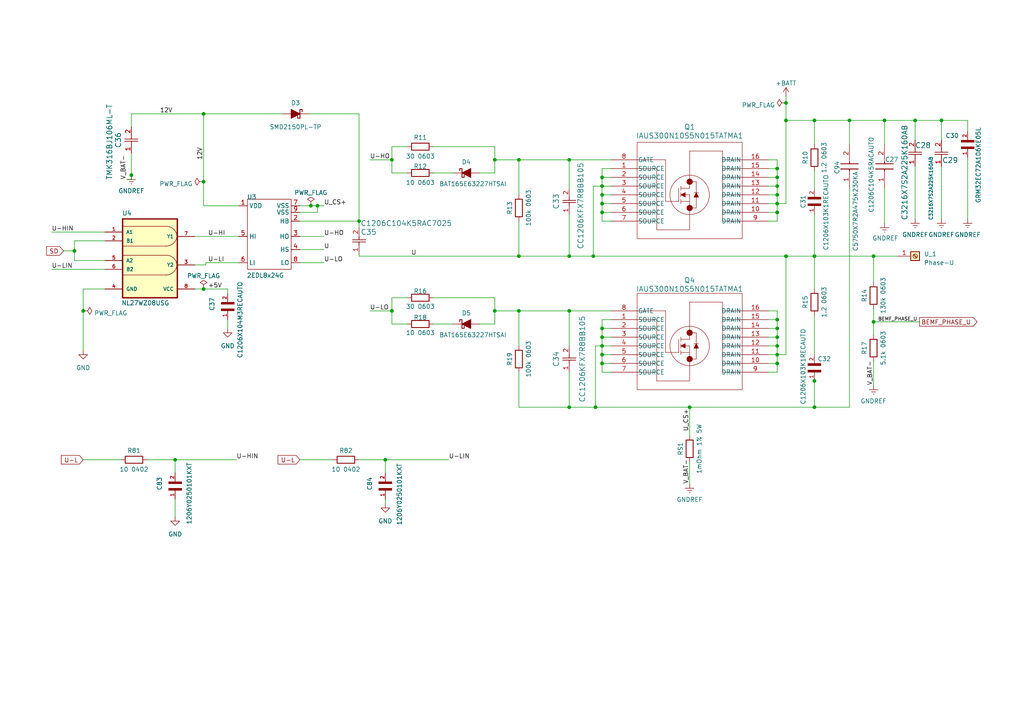
<source format=kicad_sch>
(kicad_sch (version 20231120) (generator "eeschema") (generator_version "8.0")
  (paper "A4")
  (lib_symbols
    (symbol "1206Y0250101KXT:1206Y0250101KXT" (pin_names (offset 1.016))
      (property "Reference" "C" (at 0 3.8109 0))
      (property "Value" "1206Y0250101KXT" (at 0 -5.0885 0))
      (symbol "1206Y0250101KXT_0_0"
        (rectangle (start 0 -1.9069) (end 0.635 1.905) (stroke (width 0.1)) (fill (type outline)))
        (rectangle (start 1.9069 -1.9069) (end 2.54 1.905) (stroke (width 0.1)) (fill (type outline)))
        (pin passive line (at -2.54 0 0) (length 2.54) (name "~") (number "1"))
        (pin passive line (at 5.08 0 180) (length 2.54) (name "~") (number "2"))
      )
    )
    (symbol "2EDL8124G:2EDL8124G"
      (property "Reference" "U3" (at -5.08 11.43 0))
      (property "Value" "2EDL8x24G" (at -1.143 -10.668 0))
      (symbol "2EDL8124G_0_1"
        (rectangle (start -6.35 10.795) (end 6.35 -9.525))
      )
      (symbol "2EDL8124G_1_1"
        (pin power_in line (at -8.89 8.89 0) (length 2.54) (name "VDD") (number "1"))
        (pin output line (at 8.89 4.445 180) (length 2.54) (name "HB") (number "2"))
        (pin output line (at 8.89 0 180) (length 2.54) (name "HO") (number "3"))
        (pin output line (at 8.89 -3.81 180) (length 2.54) (name "HS") (number "4"))
        (pin input line (at -8.89 0 0) (length 2.54) (name "HI") (number "5"))
        (pin input line (at -8.89 -7.62 0) (length 2.54) (name "LI") (number "6"))
        (pin power_in line (at 8.89 8.89 180) (length 2.54) (name "VSS") (number "7"))
        (pin output line (at 8.89 -7.62 180) (length 2.54) (name "LO") (number "8"))
        (pin power_in line (at 8.89 6.985 180) (length 2.54) (name "VSS") (number "9"))
      )
    )
    (symbol "C1206C104K5RACAUTO:C1206C104K5RACAUTO" (pin_names hide)
      (property "Reference" "C" (at 8.89 6.35 0))
      (property "Value" "C1206C104K5RACAUTO" (at 8.89 3.81 0))
      (symbol "C1206C104K5RACAUTO_1_1"
        (polyline (pts (xy 5.08 0) (xy 5.588 0)) (stroke (width 0.254)))
        (polyline (pts (xy 5.588 2.54) (xy 5.588 -2.54)) (stroke (width 0.254)))
        (polyline (pts (xy 7.112 0) (xy 7.62 0)) (stroke (width 0.254)))
        (polyline (pts (xy 7.112 2.54) (xy 7.112 -2.54)) (stroke (width 0.254)))
        (pin passive line (at 0 0 0) (length 5.08) (name "1") (number "1"))
        (pin passive line (at 12.7 0 180) (length 5.08) (name "2") (number "2"))
      )
    )
    (symbol "C1206X103K1RECAUTO:C1206X103K1RECAUTO" (pin_names (offset 1.016))
      (property "Reference" "C" (at 0 3.8109 0))
      (property "Value" "C1206X103K1RECAUTO" (at 0 -5.0885 0))
      (symbol "C1206X103K1RECAUTO_0_0"
        (rectangle (start 0 -1.9069) (end 0.635 1.905) (stroke (width 0.1)) (fill (type outline)))
        (rectangle (start 1.9069 -1.9069) (end 2.54 1.905) (stroke (width 0.1)) (fill (type outline)))
        (pin passive line (at -2.54 0 0) (length 2.54) (name "~") (number "1"))
        (pin passive line (at 5.08 0 180) (length 2.54) (name "~") (number "2"))
      )
    )
    (symbol "C1206X104M3RECAUTO:C1206X104M3RECAUTO" (pin_names (offset 1.016))
      (property "Reference" "C" (at 0 3.8109 0))
      (property "Value" "C1206X104M3RECAUTO" (at 0 -5.0885 0))
      (symbol "C1206X104M3RECAUTO_0_0"
        (rectangle (start 0 -1.9069) (end 0.635 1.905) (stroke (width 0.1)) (fill (type outline)))
        (rectangle (start 1.9069 -1.9069) (end 2.54 1.905) (stroke (width 0.1)) (fill (type outline)))
        (pin passive line (at -2.54 0 0) (length 2.54) (name "~") (number "1"))
        (pin passive line (at 5.08 0 180) (length 2.54) (name "~") (number "2"))
      )
    )
    (symbol "C28:C3216X7S2A225K160AB" (pin_names (offset 0.254))
      (property "Reference" "C" (at 3.81 3.81 0))
      (property "Value" "C3216X7S2A225K160AB" (at 3.81 -3.81 0))
      (symbol "C3216X7S2A225K160AB_1_1"
        (polyline (pts (xy 2.54 0) (xy 3.4798 0)) (stroke (width 0.2032)))
        (polyline (pts (xy 3.4798 -1.905) (xy 3.4798 1.905)) (stroke (width 0.2032)))
        (polyline (pts (xy 4.1148 -1.905) (xy 4.1148 1.905)) (stroke (width 0.2032)))
        (polyline (pts (xy 4.1148 0) (xy 5.08 0)) (stroke (width 0.2032)))
        (pin unspecified line (at 0 0 0) (length 2.54) (name "") (number "1"))
        (pin unspecified line (at 7.62 0 180) (length 2.54) (name "") (number "2"))
      )
      (symbol "C3216X7S2A225K160AB_1_2"
        (polyline (pts (xy -1.905 -4.1148) (xy 1.905 -4.1148)) (stroke (width 0.2032)))
        (polyline (pts (xy -1.905 -3.4798) (xy 1.905 -3.4798)) (stroke (width 0.2032)))
        (polyline (pts (xy 0 -4.1148) (xy 0 -5.08)) (stroke (width 0.2032)))
        (polyline (pts (xy 0 -2.54) (xy 0 -3.4798)) (stroke (width 0.2032)))
        (pin unspecified line (at 0 0 270) (length 2.54) (name "") (number "1"))
        (pin unspecified line (at 0 -7.62 90) (length 2.54) (name "") (number "2"))
      )
    )
    (symbol "C33:CC1206KFX7R8BB105" (pin_names (offset 0.254))
      (property "Reference" "C" (at 3.81 3.81 0))
      (property "Value" "CC1206KFX7R8BB105" (at 3.81 -3.81 0))
      (symbol "CC1206KFX7R8BB105_1_1"
        (polyline (pts (xy 2.54 0) (xy 3.4798 0)) (stroke (width 0.2032)))
        (polyline (pts (xy 3.4798 -1.905) (xy 3.4798 1.905)) (stroke (width 0.2032)))
        (polyline (pts (xy 4.1148 -1.905) (xy 4.1148 1.905)) (stroke (width 0.2032)))
        (polyline (pts (xy 4.1148 0) (xy 5.08 0)) (stroke (width 0.2032)))
        (pin unspecified line (at 0 0 0) (length 2.54) (name "") (number "1"))
        (pin unspecified line (at 7.62 0 180) (length 2.54) (name "") (number "2"))
      )
      (symbol "CC1206KFX7R8BB105_1_2"
        (polyline (pts (xy -1.905 -4.1148) (xy 1.905 -4.1148)) (stroke (width 0.2032)))
        (polyline (pts (xy -1.905 -3.4798) (xy 1.905 -3.4798)) (stroke (width 0.2032)))
        (polyline (pts (xy 0 -4.1148) (xy 0 -5.08)) (stroke (width 0.2032)))
        (polyline (pts (xy 0 -2.54) (xy 0 -3.4798)) (stroke (width 0.2032)))
        (pin unspecified line (at 0 0 270) (length 2.54) (name "") (number "1"))
        (pin unspecified line (at 0 -7.62 90) (length 2.54) (name "") (number "2"))
      )
    )
    (symbol "C35:C1206C104K5RAC7025" (pin_names (offset 0.254))
      (property "Reference" "C" (at 3.81 3.81 0))
      (property "Value" "C1206C104K5RAC7025" (at 3.81 -3.81 0))
      (symbol "C1206C104K5RAC7025_1_1"
        (polyline (pts (xy 2.54 0) (xy 3.4798 0)) (stroke (width 0.2032)))
        (polyline (pts (xy 3.4798 -1.905) (xy 3.4798 1.905)) (stroke (width 0.2032)))
        (polyline (pts (xy 4.1148 -1.905) (xy 4.1148 1.905)) (stroke (width 0.2032)))
        (polyline (pts (xy 4.1148 0) (xy 5.08 0)) (stroke (width 0.2032)))
        (pin unspecified line (at 0 0 0) (length 2.54) (name "") (number "1"))
        (pin unspecified line (at 7.62 0 180) (length 2.54) (name "") (number "2"))
      )
      (symbol "C1206C104K5RAC7025_1_2"
        (polyline (pts (xy -1.905 -4.1148) (xy 1.905 -4.1148)) (stroke (width 0.2032)))
        (polyline (pts (xy -1.905 -3.4798) (xy 1.905 -3.4798)) (stroke (width 0.2032)))
        (polyline (pts (xy 0 -4.1148) (xy 0 -5.08)) (stroke (width 0.2032)))
        (polyline (pts (xy 0 -2.54) (xy 0 -3.4798)) (stroke (width 0.2032)))
        (pin unspecified line (at 0 0 270) (length 2.54) (name "") (number "1"))
        (pin unspecified line (at 0 -7.62 90) (length 2.54) (name "") (number "2"))
      )
    )
    (symbol "C36:TMK316BJ106ML-T" (pin_names (offset 0.254))
      (property "Reference" "C" (at 3.81 3.81 0))
      (property "Value" "TMK316BJ106ML-T" (at 3.81 -3.81 0))
      (symbol "TMK316BJ106ML-T_1_1"
        (polyline (pts (xy 2.54 0) (xy 3.4798 0)) (stroke (width 0.2032)))
        (polyline (pts (xy 3.4798 -1.905) (xy 3.4798 1.905)) (stroke (width 0.2032)))
        (polyline (pts (xy 4.1148 -1.905) (xy 4.1148 1.905)) (stroke (width 0.2032)))
        (polyline (pts (xy 4.1148 0) (xy 5.08 0)) (stroke (width 0.2032)))
        (pin unspecified line (at 0 0 0) (length 2.54) (name "") (number "1"))
        (pin unspecified line (at 7.62 0 180) (length 2.54) (name "") (number "2"))
      )
      (symbol "TMK316BJ106ML-T_1_2"
        (polyline (pts (xy -1.905 -4.1148) (xy 1.905 -4.1148)) (stroke (width 0.2032)))
        (polyline (pts (xy -1.905 -3.4798) (xy 1.905 -3.4798)) (stroke (width 0.2032)))
        (polyline (pts (xy 0 -4.1148) (xy 0 -5.08)) (stroke (width 0.2032)))
        (polyline (pts (xy 0 -2.54) (xy 0 -3.4798)) (stroke (width 0.2032)))
        (pin unspecified line (at 0 0 270) (length 2.54) (name "") (number "1"))
        (pin unspecified line (at 0 -7.62 90) (length 2.54) (name "") (number "2"))
      )
    )
    (symbol "C5750X7R2A475K230KA:C5750X7R2A475K230KA" (pin_names hide)
      (property "Reference" "C" (at 8.89 6.35 0))
      (property "Value" "C5750X7R2A475K230KA" (at 8.89 3.81 0))
      (symbol "C5750X7R2A475K230KA_1_1"
        (polyline (pts (xy 5.08 0) (xy 5.588 0)) (stroke (width 0.254)))
        (polyline (pts (xy 5.588 2.54) (xy 5.588 -2.54)) (stroke (width 0.254)))
        (polyline (pts (xy 7.112 0) (xy 7.62 0)) (stroke (width 0.254)))
        (polyline (pts (xy 7.112 2.54) (xy 7.112 -2.54)) (stroke (width 0.254)))
        (pin passive line (at 0 0 0) (length 5.08) (name "1") (number "1"))
        (pin passive line (at 12.7 0 180) (length 5.08) (name "2") (number "2"))
      )
    )
    (symbol "Connector:Screw_Terminal_01x01" (pin_names (offset 1.016) hide)
      (property "Reference" "J" (at 0 2.54 0))
      (property "Value" "Screw_Terminal_01x01" (at 0 -2.54 0))
      (symbol "Screw_Terminal_01x01_1_1"
        (rectangle (start -1.27 1.27) (end 1.27 -1.27) (stroke (width 0.254)) (fill (type background)))
        (polyline (pts (xy -0.5334 0.3302) (xy 0.3302 -0.508)) (stroke (width 0.1524)))
        (polyline (pts (xy -0.3556 0.508) (xy 0.508 -0.3302)) (stroke (width 0.1524)))
        (circle (center 0 0) (radius 0.635) (stroke (width 0.1524)))
        (pin passive line (at -5.08 0 0) (length 3.81) (name "Pin_1") (number "1"))
      )
    )
    (symbol "Device:D_Schottky_Filled" (pin_numbers hide) (pin_names (offset 1.016) hide)
      (property "Reference" "D" (at 0 2.54 0))
      (property "Value" "D_Schottky_Filled" (at 0 -2.54 0))
      (symbol "D_Schottky_Filled_0_1"
        (polyline (pts (xy 1.27 0) (xy -1.27 0)))
        (polyline (pts (xy 1.27 1.27) (xy 1.27 -1.27) (xy -1.27 0) (xy 1.27 1.27)) (stroke (width 0.254)) (fill (type outline)))
        (polyline (pts (xy -1.905 0.635) (xy -1.905 1.27) (xy -1.27 1.27) (xy -1.27 -1.27) (xy -0.635 -1.27) (xy -0.635 -0.635)) (stroke (width 0.254)))
      )
      (symbol "D_Schottky_Filled_1_1"
        (pin passive line (at -3.81 0 0) (length 2.54) (name "K") (number "1"))
        (pin passive line (at 3.81 0 180) (length 2.54) (name "A") (number "2"))
      )
    )
    (symbol "Device:R" (pin_numbers hide) (pin_names (offset 0))
      (property "Reference" "R" (at 2.032 0 90))
      (property "Value" "R" (at 0 0 90))
      (symbol "R_0_1"
        (rectangle (start -1.016 -2.54) (end 1.016 2.54) (stroke (width 0.254)))
      )
      (symbol "R_1_1"
        (pin passive line (at 0 3.81 270) (length 1.27) (name "~") (number "1"))
        (pin passive line (at 0 -3.81 90) (length 1.27) (name "~") (number "2"))
      )
    )
    (symbol "GRM32EC72A106KE05L:GRM32EC72A106KE05L" (pin_names (offset 1.016))
      (property "Reference" "C" (at 0 3.8109 0))
      (property "Value" "GRM32EC72A106KE05L" (at 0 -5.0885 0))
      (symbol "GRM32EC72A106KE05L_0_0"
        (rectangle (start 0 -1.9069) (end 0.635 1.905) (stroke (width 0.1)) (fill (type outline)))
        (rectangle (start 1.9069 -1.9069) (end 2.54 1.905) (stroke (width 0.1)) (fill (type outline)))
        (pin passive line (at -2.54 0 0) (length 2.54) (name "~") (number "1"))
        (pin passive line (at 5.08 0 180) (length 2.54) (name "~") (number "2"))
      )
    )
    (symbol "IAUS300N10S5N015T:IAUS300N10S5N015TATMA1" (pin_names (offset 0.254))
      (property "Reference" "Q1" (at 22.86 12.065 0))
      (property "Value" "IAUS300N10S5N015TATMA1" (at 22.86 9.525 0))
      (symbol "IAUS300N10S5N015TATMA1_0_1"
        (polyline (pts (xy 7.62 -20.32) (xy 38.1 -20.32)) (stroke (width 0.127)))
        (polyline (pts (xy 7.62 -12.7) (xy 13.335 -12.7)) (stroke (width 0.127)))
        (polyline (pts (xy 7.62 -10.16) (xy 13.335 -10.16)) (stroke (width 0.127)))
        (polyline (pts (xy 7.62 -7.62) (xy 13.335 -7.62)) (stroke (width 0.127)))
        (polyline (pts (xy 7.62 -5.08) (xy 13.335 -5.08)) (stroke (width 0.127)))
        (polyline (pts (xy 7.62 -2.54) (xy 13.335 -2.54)) (stroke (width 0.127)))
        (polyline (pts (xy 7.62 0) (xy 13.335 0)) (stroke (width 0.127)))
        (polyline (pts (xy 7.62 2.54) (xy 15.875 2.54)) (stroke (width 0.127)))
        (polyline (pts (xy 7.62 7.62) (xy 7.62 -20.32)) (stroke (width 0.127)))
        (polyline (pts (xy 13.335 -17.78) (xy 22.86 -17.78)) (stroke (width 0.127)))
        (polyline (pts (xy 13.335 -15.24) (xy 7.62 -15.24)) (stroke (width 0.127)))
        (polyline (pts (xy 13.335 0) (xy 13.335 -17.78)) (stroke (width 0.127)))
        (polyline (pts (xy 15.875 -9.525) (xy 15.875 2.54)) (stroke (width 0.127)))
        (polyline (pts (xy 19.685 -9.525) (xy 15.875 -9.525)) (stroke (width 0.127)))
        (polyline (pts (xy 19.685 -5.715) (xy 19.685 -9.525)) (stroke (width 0.127)))
        (polyline (pts (xy 20.32 -9.525) (xy 22.86 -9.525)) (stroke (width 0.127)))
        (polyline (pts (xy 20.32 -8.89) (xy 20.32 -10.16)) (stroke (width 0.127)))
        (polyline (pts (xy 20.32 -7.62) (xy 21.59 -8.255)) (stroke (width 0.127)))
        (polyline (pts (xy 20.32 -7.62) (xy 21.59 -6.985)) (stroke (width 0.127)))
        (polyline (pts (xy 20.32 -6.985) (xy 20.32 -8.255)) (stroke (width 0.127)))
        (polyline (pts (xy 20.32 -6.35) (xy 20.32 -5.08)) (stroke (width 0.127)))
        (polyline (pts (xy 20.32 -5.715) (xy 22.86 -5.715)) (stroke (width 0.127)))
        (polyline (pts (xy 21.59 -6.985) (xy 21.59 -8.255)) (stroke (width 0.127)))
        (polyline (pts (xy 22.86 -11.43) (xy 24.765 -11.43)) (stroke (width 0.127)))
        (polyline (pts (xy 22.86 -7.62) (xy 20.32 -7.62)) (stroke (width 0.127)))
        (polyline (pts (xy 22.86 -7.62) (xy 22.86 -17.78)) (stroke (width 0.127)))
        (polyline (pts (xy 22.86 -5.715) (xy 22.86 5.08)) (stroke (width 0.127)))
        (polyline (pts (xy 22.86 -3.81) (xy 24.765 -3.81)) (stroke (width 0.127)))
        (polyline (pts (xy 24.13 -8.255) (xy 25.4 -8.255)) (stroke (width 0.127)))
        (polyline (pts (xy 24.13 -6.985) (xy 25.4 -6.985)) (stroke (width 0.127)))
        (polyline (pts (xy 24.765 -11.43) (xy 24.765 -3.81)) (stroke (width 0.127)))
        (polyline (pts (xy 24.765 -6.985) (xy 24.13 -8.255)) (stroke (width 0.127)))
        (polyline (pts (xy 24.765 -6.985) (xy 25.4 -8.255)) (stroke (width 0.127)))
        (polyline (pts (xy 32.385 -15.24) (xy 32.385 5.08)) (stroke (width 0.127)))
        (polyline (pts (xy 32.385 5.08) (xy 22.86 5.08)) (stroke (width 0.127)))
        (polyline (pts (xy 38.1 -20.32) (xy 38.1 7.62)) (stroke (width 0.127)))
        (polyline (pts (xy 38.1 -15.24) (xy 32.385 -15.24)) (stroke (width 0.127)))
        (polyline (pts (xy 38.1 -12.7) (xy 32.385 -12.7)) (stroke (width 0.127)))
        (polyline (pts (xy 38.1 -10.16) (xy 32.385 -10.16)) (stroke (width 0.127)))
        (polyline (pts (xy 38.1 -7.62) (xy 32.385 -7.62)) (stroke (width 0.127)))
        (polyline (pts (xy 38.1 -5.08) (xy 32.385 -5.08)) (stroke (width 0.127)))
        (polyline (pts (xy 38.1 -2.54) (xy 32.385 -2.54)) (stroke (width 0.127)))
        (polyline (pts (xy 38.1 0) (xy 32.385 0)) (stroke (width 0.127)))
        (polyline (pts (xy 38.1 2.54) (xy 32.385 2.54)) (stroke (width 0.127)))
        (polyline (pts (xy 38.1 7.62) (xy 7.62 7.62)) (stroke (width 0.127)))
        (polyline (pts (xy 20.32 -7.62) (xy 21.59 -6.985) (xy 21.59 -8.255)) (fill (type outline)))
        (polyline (pts (xy 24.13 -8.255) (xy 25.4 -8.255) (xy 24.765 -6.985)) (fill (type outline)))
        (circle (center 22.86 -11.43) (radius 0.127) (stroke (width 0.762)))
        (circle (center 22.86 -7.62) (radius 5.715) (stroke (width 0.127)))
        (circle (center 22.86 -3.81) (radius 0.127) (stroke (width 0.762)))
        (pin passive line (at 0 0 0) (length 7.62) (name "SOURCE") (number "1"))
        (pin passive line (at 45.72 -12.7 180) (length 7.62) (name "DRAIN") (number "10"))
        (pin passive line (at 45.72 -10.16 180) (length 7.62) (name "DRAIN") (number "11"))
        (pin passive line (at 45.72 -7.62 180) (length 7.62) (name "DRAIN") (number "12"))
        (pin passive line (at 45.72 -5.08 180) (length 7.62) (name "DRAIN") (number "13"))
        (pin passive line (at 45.72 -2.54 180) (length 7.62) (name "DRAIN") (number "14"))
        (pin passive line (at 45.72 0 180) (length 7.62) (name "DRAIN") (number "15"))
        (pin passive line (at 45.72 2.54 180) (length 7.62) (name "DRAIN") (number "16"))
        (pin passive line (at 0 -2.54 0) (length 7.62) (name "SOURCE") (number "2"))
        (pin passive line (at 0 -5.08 0) (length 7.62) (name "SOURCE") (number "3"))
        (pin passive line (at 0 -7.62 0) (length 7.62) (name "SOURCE") (number "4"))
        (pin passive line (at 0 -10.16 0) (length 7.62) (name "SOURCE") (number "5"))
        (pin passive line (at 0 -12.7 0) (length 7.62) (name "SOURCE") (number "6"))
        (pin passive line (at 0 -15.24 0) (length 7.62) (name "SOURCE") (number "7"))
        (pin input line (at 0 2.54 0) (length 7.62) (name "GATE") (number "8"))
        (pin passive line (at 45.72 -15.24 180) (length 7.62) (name "DRAIN") (number "9"))
      )
    )
    (symbol "IAUS300N10S5N015TATMA1_1" (pin_names (offset 0.254))
      (property "Reference" "Q4" (at 22.86 11.43 0))
      (property "Value" "IAUS300N10S5N015TATMA1" (at 22.86 8.89 0))
      (symbol "IAUS300N10S5N015TATMA1_1_0_1"
        (polyline (pts (xy 7.62 -20.32) (xy 38.1 -20.32)) (stroke (width 0.127)))
        (polyline (pts (xy 7.62 -12.7) (xy 13.335 -12.7)) (stroke (width 0.127)))
        (polyline (pts (xy 7.62 -10.16) (xy 13.335 -10.16)) (stroke (width 0.127)))
        (polyline (pts (xy 7.62 -7.62) (xy 13.335 -7.62)) (stroke (width 0.127)))
        (polyline (pts (xy 7.62 -5.08) (xy 13.335 -5.08)) (stroke (width 0.127)))
        (polyline (pts (xy 7.62 -2.54) (xy 13.335 -2.54)) (stroke (width 0.127)))
        (polyline (pts (xy 7.62 0) (xy 13.335 0)) (stroke (width 0.127)))
        (polyline (pts (xy 7.62 2.54) (xy 15.875 2.54)) (stroke (width 0.127)))
        (polyline (pts (xy 7.62 7.62) (xy 7.62 -20.32)) (stroke (width 0.127)))
        (polyline (pts (xy 13.335 -17.78) (xy 22.86 -17.78)) (stroke (width 0.127)))
        (polyline (pts (xy 13.335 -15.24) (xy 7.62 -15.24)) (stroke (width 0.127)))
        (polyline (pts (xy 13.335 0) (xy 13.335 -17.78)) (stroke (width 0.127)))
        (polyline (pts (xy 15.875 -9.525) (xy 15.875 2.54)) (stroke (width 0.127)))
        (polyline (pts (xy 19.685 -9.525) (xy 15.875 -9.525)) (stroke (width 0.127)))
        (polyline (pts (xy 19.685 -5.715) (xy 19.685 -9.525)) (stroke (width 0.127)))
        (polyline (pts (xy 20.32 -9.525) (xy 22.86 -9.525)) (stroke (width 0.127)))
        (polyline (pts (xy 20.32 -8.89) (xy 20.32 -10.16)) (stroke (width 0.127)))
        (polyline (pts (xy 20.32 -7.62) (xy 21.59 -8.255)) (stroke (width 0.127)))
        (polyline (pts (xy 20.32 -7.62) (xy 21.59 -6.985)) (stroke (width 0.127)))
        (polyline (pts (xy 20.32 -6.985) (xy 20.32 -8.255)) (stroke (width 0.127)))
        (polyline (pts (xy 20.32 -6.35) (xy 20.32 -5.08)) (stroke (width 0.127)))
        (polyline (pts (xy 20.32 -5.715) (xy 22.86 -5.715)) (stroke (width 0.127)))
        (polyline (pts (xy 21.59 -6.985) (xy 21.59 -8.255)) (stroke (width 0.127)))
        (polyline (pts (xy 22.86 -11.43) (xy 24.765 -11.43)) (stroke (width 0.127)))
        (polyline (pts (xy 22.86 -7.62) (xy 20.32 -7.62)) (stroke (width 0.127)))
        (polyline (pts (xy 22.86 -7.62) (xy 22.86 -17.78)) (stroke (width 0.127)))
        (polyline (pts (xy 22.86 -5.715) (xy 22.86 5.08)) (stroke (width 0.127)))
        (polyline (pts (xy 22.86 -3.81) (xy 24.765 -3.81)) (stroke (width 0.127)))
        (polyline (pts (xy 24.13 -8.255) (xy 25.4 -8.255)) (stroke (width 0.127)))
        (polyline (pts (xy 24.13 -6.985) (xy 25.4 -6.985)) (stroke (width 0.127)))
        (polyline (pts (xy 24.765 -11.43) (xy 24.765 -3.81)) (stroke (width 0.127)))
        (polyline (pts (xy 24.765 -6.985) (xy 24.13 -8.255)) (stroke (width 0.127)))
        (polyline (pts (xy 24.765 -6.985) (xy 25.4 -8.255)) (stroke (width 0.127)))
        (polyline (pts (xy 32.385 -15.24) (xy 32.385 5.08)) (stroke (width 0.127)))
        (polyline (pts (xy 32.385 5.08) (xy 22.86 5.08)) (stroke (width 0.127)))
        (polyline (pts (xy 38.1 -20.32) (xy 38.1 7.62)) (stroke (width 0.127)))
        (polyline (pts (xy 38.1 -15.24) (xy 32.385 -15.24)) (stroke (width 0.127)))
        (polyline (pts (xy 38.1 -12.7) (xy 32.385 -12.7)) (stroke (width 0.127)))
        (polyline (pts (xy 38.1 -10.16) (xy 32.385 -10.16)) (stroke (width 0.127)))
        (polyline (pts (xy 38.1 -7.62) (xy 32.385 -7.62)) (stroke (width 0.127)))
        (polyline (pts (xy 38.1 -5.08) (xy 32.385 -5.08)) (stroke (width 0.127)))
        (polyline (pts (xy 38.1 -2.54) (xy 32.385 -2.54)) (stroke (width 0.127)))
        (polyline (pts (xy 38.1 0) (xy 32.385 0)) (stroke (width 0.127)))
        (polyline (pts (xy 38.1 2.54) (xy 32.385 2.54)) (stroke (width 0.127)))
        (polyline (pts (xy 38.1 7.62) (xy 7.62 7.62)) (stroke (width 0.127)))
        (polyline (pts (xy 20.32 -7.62) (xy 21.59 -6.985) (xy 21.59 -8.255)) (fill (type outline)))
        (polyline (pts (xy 24.13 -8.255) (xy 25.4 -8.255) (xy 24.765 -6.985)) (fill (type outline)))
        (circle (center 22.86 -11.43) (radius 0.127) (stroke (width 0.762)))
        (circle (center 22.86 -7.62) (radius 5.715) (stroke (width 0.127)))
        (circle (center 22.86 -3.81) (radius 0.127) (stroke (width 0.762)))
        (pin passive line (at 0 0 0) (length 7.62) (name "SOURCE") (number "1"))
        (pin passive line (at 45.72 -12.7 180) (length 7.62) (name "DRAIN") (number "10"))
        (pin passive line (at 45.72 -10.16 180) (length 7.62) (name "DRAIN") (number "11"))
        (pin passive line (at 45.72 -7.62 180) (length 7.62) (name "DRAIN") (number "12"))
        (pin passive line (at 45.72 -5.08 180) (length 7.62) (name "DRAIN") (number "13"))
        (pin passive line (at 45.72 -2.54 180) (length 7.62) (name "DRAIN") (number "14"))
        (pin passive line (at 45.72 0 180) (length 7.62) (name "DRAIN") (number "15"))
        (pin passive line (at 45.72 2.54 180) (length 7.62) (name "DRAIN") (number "16"))
        (pin passive line (at 0 -2.54 0) (length 7.62) (name "SOURCE") (number "2"))
        (pin passive line (at 0 -5.08 0) (length 7.62) (name "SOURCE") (number "3"))
        (pin passive line (at 0 -7.62 0) (length 7.62) (name "SOURCE") (number "4"))
        (pin passive line (at 0 -10.16 0) (length 7.62) (name "SOURCE") (number "5"))
        (pin passive line (at 0 -12.7 0) (length 7.62) (name "SOURCE") (number "6"))
        (pin passive line (at 0 -15.24 0) (length 7.62) (name "SOURCE") (number "7"))
        (pin input line (at 0 2.54 0) (length 7.62) (name "GATE") (number "8"))
        (pin passive line (at 45.72 -15.24 180) (length 7.62) (name "DRAIN") (number "9"))
      )
    )
    (symbol "NL27WZ08USG:NL27WZ08USG" (pin_names (offset 1.016))
      (property "Reference" "U4" (at -6.35 13.081 0))
      (property "Value" "NL27WZ08USG" (at -1.016 -12.954 0))
      (symbol "NL27WZ08USG_0_0"
        (rectangle (start -7.62 11.43) (end 8.255 -11.43) (stroke (width 0.4064)) (fill (type background)))
        (pin input line (at -12.7 7.62 0) (length 5.08) (name "A1") (number "1"))
        (pin input line (at -12.7 5.08 0) (length 5.08) (name "B1") (number "2"))
        (pin output line (at 13.335 -1.905 180) (length 5.08) (name "Y2") (number "3"))
        (pin power_in line (at -12.7 -8.89 0) (length 5.08) (name "GND") (number "4"))
        (pin input line (at -12.7 -0.635 0) (length 5.08) (name "A2") (number "5"))
        (pin input line (at -12.7 -3.175 0) (length 5.08) (name "B2") (number "6"))
        (pin output line (at 13.335 6.35 180) (length 5.08) (name "Y1") (number "7"))
        (pin power_in line (at 13.335 -8.89 180) (length 5.08) (name "VCC") (number "8"))
      )
      (symbol "NL27WZ08USG_0_1"
        (polyline (pts (xy -7.62 -4.826) (xy 5.08 -4.826)))
        (polyline (pts (xy -7.62 0.889) (xy 5.08 0.889)))
        (polyline (pts (xy -7.62 3.556) (xy 5.08 3.556)))
        (polyline (pts (xy -7.62 9.271) (xy 5.08 9.271)))
        (arc (start 4.9529 -4.8259) (mid 7.1715 -3.9594) (end 8.128 -1.778))
        (arc (start 4.9529 3.5561) (mid 7.1716 4.4226) (end 8.128 6.604))
        (arc (start 8.128 -2.032) (mid 7.2054 0.056) (end 5.08 0.889))
        (arc (start 8.128 6.35) (mid 7.2054 8.438) (end 5.08 9.271))
      )
    )
    (symbol "power:+BATT" (power) (pin_names (offset 0))
      (property "Value" "+BATT" (at 0 3.556 0))
      (symbol "+BATT_0_1"
        (polyline (pts (xy -0.762 1.27) (xy 0 2.54)))
        (polyline (pts (xy 0 0) (xy 0 2.54)))
        (polyline (pts (xy 0 2.54) (xy 0.762 1.27)))
      )
      (symbol "+BATT_1_1"
        (pin power_in line (at 0 0 90) (length 0) hide (name "+BATT") (number "1"))
      )
    )
    (symbol "power:GND" (power) (pin_names (offset 0))
      (property "Value" "GND" (at 0 -3.81 0))
      (symbol "GND_0_1"
        (polyline (pts (xy 0 0) (xy 0 -1.27) (xy 1.27 -1.27) (xy 0 -2.54) (xy -1.27 -1.27) (xy 0 -1.27)))
      )
      (symbol "GND_1_1"
        (pin power_in line (at 0 0 270) (length 0) hide (name "GND") (number "1"))
      )
    )
    (symbol "power:GNDREF" (power) (pin_names (offset 0))
      (property "Value" "GNDREF" (at 0 -3.81 0))
      (symbol "GNDREF_0_1"
        (polyline (pts (xy -0.635 -1.905) (xy 0.635 -1.905)))
        (polyline (pts (xy -0.127 -2.54) (xy 0.127 -2.54)))
        (polyline (pts (xy 0 -1.27) (xy 0 0)))
        (polyline (pts (xy 1.27 -1.27) (xy -1.27 -1.27)))
      )
      (symbol "GNDREF_1_1"
        (pin power_in line (at 0 0 270) (length 0) hide (name "GNDREF") (number "1"))
      )
    )
    (symbol "power:PWR_FLAG" (power) (pin_numbers hide) (pin_names (offset 0) hide)
      (property "Value" "PWR_FLAG" (at 0 3.81 0))
      (symbol "PWR_FLAG_0_0"
        (pin power_out line (at 0 0 90) (length 0) (name "pwr") (number "1"))
      )
      (symbol "PWR_FLAG_0_1"
        (polyline (pts (xy 0 0) (xy 0 1.27) (xy -1.016 1.905) (xy 0 2.54) (xy 1.016 1.905) (xy 0 1.27)))
      )
    )
  )
  (junction (at 253.365 74.295))
  (junction (at 165.1 74.295))
  (junction (at 253.365 93.345))
  (junction (at 225.425 97.79))
  (junction (at 59.055 83.82))
  (junction (at 225.425 56.515))
  (junction (at 273.05 34.925))
  (junction (at 225.425 100.33))
  (junction (at 174.625 100.33))
  (junction (at 174.625 105.41))
  (junction (at 174.625 102.87))
  (junction (at 225.425 95.25))
  (junction (at 150.495 90.17))
  (junction (at 227.965 74.295))
  (junction (at 227.965 34.925))
  (junction (at 246.38 34.925))
  (junction (at 59.055 52.705))
  (junction (at 174.625 53.975))
  (junction (at 256.54 34.925))
  (junction (at 143.51 90.17))
  (junction (at 225.425 92.71))
  (junction (at 265.43 34.925))
  (junction (at 174.625 56.515))
  (junction (at 150.495 74.295))
  (junction (at 225.425 105.41))
  (junction (at 143.51 46.355))
  (junction (at 227.965 29.845))
  (junction (at 150.495 46.355))
  (junction (at 165.1 90.17))
  (junction (at 236.22 110.49))
  (junction (at 236.22 118.11))
  (junction (at 165.1 118.11))
  (junction (at 113.665 90.17))
  (junction (at 236.22 74.295))
  (junction (at 174.625 61.595))
  (junction (at 225.425 48.895))
  (junction (at 111.76 133.35))
  (junction (at 174.625 97.79))
  (junction (at 38.1 50.8))
  (junction (at 21.59 72.771))
  (junction (at 225.425 59.055))
  (junction (at 50.8 133.35))
  (junction (at 174.625 59.055))
  (junction (at 225.425 53.975))
  (junction (at 59.055 33.02))
  (junction (at 225.425 51.435))
  (junction (at 200.025 118.11))
  (junction (at 174.625 51.435))
  (junction (at 92.075 59.69))
  (junction (at 225.425 102.87))
  (junction (at 104.14 64.135))
  (junction (at 172.085 74.295))
  (junction (at 172.72 118.11))
  (junction (at 90.17 59.69))
  (junction (at 24.13 90.17))
  (junction (at 225.425 61.595))
  (junction (at 236.22 34.925))
  (junction (at 113.665 46.355))
  (junction (at 165.1 46.355))
  (junction (at 174.625 95.25))
  (wire (pts (xy 227.965 29.845) (xy 227.965 34.925)))
  (wire (pts (xy 21.59 72.771) (xy 21.59 75.565)))
  (wire (pts (xy 50.8 133.35) (xy 50.8 137.16)))
  (wire (pts (xy 113.665 50.165) (xy 118.11 50.165)))
  (wire (pts (xy 225.425 100.33) (xy 225.425 102.87)))
  (wire (pts (xy 222.885 51.435) (xy 225.425 51.435)))
  (wire (pts (xy 174.625 105.41) (xy 174.625 107.95)))
  (wire (pts (xy 113.665 93.98) (xy 118.11 93.98)))
  (wire (pts (xy 104.14 74.295) (xy 150.495 74.295)))
  (wire (pts (xy 174.625 59.055) (xy 177.165 59.055)))
  (wire (pts (xy 150.495 118.11) (xy 150.495 107.95)))
  (wire (pts (xy 59.055 33.02) (xy 59.055 52.705)))
  (wire (pts (xy 246.38 54.61) (xy 246.38 118.11)))
  (wire (pts (xy 14.986 78.105) (xy 30.48 78.105)))
  (wire (pts (xy 165.1 90.17) (xy 165.1 100.33)))
  (wire (pts (xy 273.05 48.26) (xy 273.05 63.5)))
  (wire (pts (xy 90.17 59.69) (xy 92.075 59.69)))
  (wire (pts (xy 174.625 56.515) (xy 177.165 56.515)))
  (wire (pts (xy 66.04 92.71) (xy 66.04 95.25)))
  (wire (pts (xy 236.22 34.925) (xy 246.38 34.925)))
  (wire (pts (xy 143.51 42.545) (xy 125.73 42.545)))
  (wire (pts (xy 225.425 56.515) (xy 225.425 53.975)))
  (wire (pts (xy 253.365 89.535) (xy 253.365 93.345)))
  (wire (pts (xy 253.365 74.295) (xy 260.35 74.295)))
  (wire (pts (xy 174.625 59.055) (xy 174.625 61.595)))
  (wire (pts (xy 113.665 42.545) (xy 113.665 46.355)))
  (wire (pts (xy 86.995 133.35) (xy 96.52 133.35)))
  (wire (pts (xy 104.14 64.135) (xy 104.14 66.04)))
  (wire (pts (xy 227.965 27.94) (xy 227.965 29.845)))
  (wire (pts (xy 174.625 100.33) (xy 177.165 100.33)))
  (wire (pts (xy 113.665 86.36) (xy 113.665 90.17)))
  (wire (pts (xy 222.885 90.17) (xy 225.425 90.17)))
  (wire (pts (xy 177.165 90.17) (xy 165.1 90.17)))
  (wire (pts (xy 143.51 86.36) (xy 143.51 90.17)))
  (wire (pts (xy 222.885 102.87) (xy 225.425 102.87)))
  (wire (pts (xy 143.51 86.36) (xy 125.73 86.36)))
  (wire (pts (xy 236.22 49.53) (xy 236.22 54.61)))
  (wire (pts (xy 273.05 34.925) (xy 280.67 34.925)))
  (wire (pts (xy 225.425 59.055) (xy 227.965 59.055)))
  (wire (pts (xy 246.38 34.925) (xy 246.38 41.91)))
  (wire (pts (xy 125.73 93.98) (xy 131.445 93.98)))
  (wire (pts (xy 174.625 97.79) (xy 174.625 100.33)))
  (wire (pts (xy 225.425 90.17) (xy 225.425 92.71)))
  (wire (pts (xy 174.625 95.25) (xy 177.165 95.25)))
  (wire (pts (xy 56.515 83.82) (xy 59.055 83.82)))
  (wire (pts (xy 107.315 46.355) (xy 113.665 46.355)))
  (wire (pts (xy 150.495 74.295) (xy 150.495 64.135)))
  (wire (pts (xy 21.59 69.85) (xy 21.59 72.771)))
  (wire (pts (xy 113.665 90.17) (xy 113.665 93.98)))
  (wire (pts (xy 227.965 74.295) (xy 236.22 74.295)))
  (wire (pts (xy 42.672 133.35) (xy 50.8 133.35)))
  (wire (pts (xy 280.67 45.72) (xy 280.67 63.5)))
  (wire (pts (xy 236.22 118.11) (xy 200.025 118.11)))
  (wire (pts (xy 200.025 118.11) (xy 200.025 126.365)))
  (wire (pts (xy 227.965 34.925) (xy 227.965 59.055)))
  (wire (pts (xy 222.885 95.25) (xy 225.425 95.25)))
  (wire (pts (xy 222.885 100.33) (xy 225.425 100.33)))
  (wire (pts (xy 236.22 74.295) (xy 236.22 83.82)))
  (wire (pts (xy 177.165 53.975) (xy 174.625 53.975)))
  (wire (pts (xy 265.43 34.925) (xy 273.05 34.925)))
  (wire (pts (xy 253.365 74.295) (xy 253.365 81.915)))
  (wire (pts (xy 222.885 105.41) (xy 225.425 105.41)))
  (wire (pts (xy 246.38 118.11) (xy 236.22 118.11)))
  (wire (pts (xy 139.065 50.165) (xy 143.51 50.165)))
  (wire (pts (xy 225.425 46.355) (xy 222.885 46.355)))
  (wire (pts (xy 165.1 118.11) (xy 172.72 118.11)))
  (wire (pts (xy 222.885 53.975) (xy 225.425 53.975)))
  (wire (pts (xy 143.51 90.17) (xy 150.495 90.17)))
  (wire (pts (xy 236.22 41.91) (xy 236.22 34.925)))
  (wire (pts (xy 59.055 52.705) (xy 59.055 59.69)))
  (wire (pts (xy 256.54 34.925) (xy 256.54 41.91)))
  (wire (pts (xy 177.165 92.71) (xy 174.625 92.71)))
  (wire (pts (xy 265.43 34.925) (xy 265.43 40.64)))
  (wire (pts (xy 86.995 59.69) (xy 90.17 59.69)))
  (wire (pts (xy 174.625 102.87) (xy 177.165 102.87)))
  (wire (pts (xy 143.51 46.355) (xy 150.495 46.355)))
  (wire (pts (xy 256.54 64.77) (xy 256.54 54.61)))
  (wire (pts (xy 236.22 110.49) (xy 236.22 118.11)))
  (wire (pts (xy 59.055 59.69) (xy 69.215 59.69)))
  (wire (pts (xy 113.665 42.545) (xy 118.11 42.545)))
  (wire (pts (xy 86.995 76.2) (xy 93.98 76.2)))
  (wire (pts (xy 200.025 133.985) (xy 200.025 140.335)))
  (wire (pts (xy 104.14 33.02) (xy 104.14 64.135)))
  (wire (pts (xy 253.365 93.345) (xy 253.365 97.155)))
  (wire (pts (xy 174.625 53.975) (xy 174.625 56.515)))
  (wire (pts (xy 143.51 50.165) (xy 143.51 46.355)))
  (wire (pts (xy 18.415 72.771) (xy 21.59 72.771)))
  (wire (pts (xy 174.625 53.975) (xy 172.085 53.975)))
  (wire (pts (xy 165.1 74.295) (xy 172.085 74.295)))
  (wire (pts (xy 165.1 118.11) (xy 150.495 118.11)))
  (wire (pts (xy 111.76 133.35) (xy 111.76 137.16)))
  (wire (pts (xy 125.73 50.165) (xy 131.445 50.165)))
  (wire (pts (xy 222.885 97.79) (xy 225.425 97.79)))
  (wire (pts (xy 265.43 48.26) (xy 265.43 63.5)))
  (wire (pts (xy 222.885 64.135) (xy 225.425 64.135)))
  (wire (pts (xy 246.38 34.925) (xy 256.54 34.925)))
  (wire (pts (xy 150.495 90.17) (xy 150.495 100.33)))
  (wire (pts (xy 104.14 133.35) (xy 111.76 133.35)))
  (wire (pts (xy 225.425 51.435) (xy 225.425 48.895)))
  (wire (pts (xy 59.69 76.2) (xy 69.215 76.2)))
  (wire (pts (xy 177.165 105.41) (xy 174.625 105.41)))
  (wire (pts (xy 24.13 133.35) (xy 35.052 133.35)))
  (wire (pts (xy 225.425 59.055) (xy 225.425 56.515)))
  (wire (pts (xy 107.315 90.17) (xy 113.665 90.17)))
  (wire (pts (xy 143.51 90.17) (xy 143.51 93.98)))
  (wire (pts (xy 174.625 107.95) (xy 177.165 107.95)))
  (wire (pts (xy 225.425 105.41) (xy 225.425 107.95)))
  (wire (pts (xy 30.48 83.82) (xy 24.13 83.82)))
  (wire (pts (xy 59.055 33.02) (xy 81.915 33.02)))
  (wire (pts (xy 38.1 33.02) (xy 38.1 36.83)))
  (wire (pts (xy 56.515 76.835) (xy 59.69 76.835)))
  (wire (pts (xy 113.665 46.355) (xy 113.665 50.165)))
  (wire (pts (xy 165.1 46.355) (xy 165.1 54.61)))
  (wire (pts (xy 236.22 74.295) (xy 253.365 74.295)))
  (wire (pts (xy 165.1 46.355) (xy 177.165 46.355)))
  (wire (pts (xy 174.625 102.87) (xy 174.625 105.41)))
  (wire (pts (xy 14.986 67.31) (xy 30.48 67.31)))
  (wire (pts (xy 38.1 33.02) (xy 59.055 33.02)))
  (wire (pts (xy 165.1 74.295) (xy 150.495 74.295)))
  (wire (pts (xy 174.625 51.435) (xy 177.165 51.435)))
  (wire (pts (xy 225.425 53.975) (xy 225.425 51.435)))
  (wire (pts (xy 174.625 100.33) (xy 172.72 100.33)))
  (wire (pts (xy 50.8 133.35) (xy 68.58 133.35)))
  (wire (pts (xy 225.425 97.79) (xy 225.425 100.33)))
  (wire (pts (xy 111.76 133.35) (xy 130.175 133.35)))
  (wire (pts (xy 225.425 64.135) (xy 225.425 61.595)))
  (wire (pts (xy 256.54 34.925) (xy 265.43 34.925)))
  (wire (pts (xy 174.625 61.595) (xy 174.625 64.135)))
  (wire (pts (xy 150.495 46.355) (xy 150.495 56.515)))
  (wire (pts (xy 86.995 68.58) (xy 93.98 68.58)))
  (wire (pts (xy 174.625 48.895) (xy 174.625 51.435)))
  (wire (pts (xy 225.425 95.25) (xy 225.425 97.79)))
  (wire (pts (xy 225.425 92.71) (xy 225.425 95.25)))
  (wire (pts (xy 222.885 59.055) (xy 225.425 59.055)))
  (wire (pts (xy 172.72 100.33) (xy 172.72 118.11)))
  (wire (pts (xy 225.425 48.895) (xy 225.425 46.355)))
  (wire (pts (xy 172.72 118.11) (xy 200.025 118.11)))
  (wire (pts (xy 222.885 48.895) (xy 225.425 48.895)))
  (wire (pts (xy 227.965 74.295) (xy 227.965 102.87)))
  (wire (pts (xy 236.22 34.925) (xy 227.965 34.925)))
  (wire (pts (xy 92.075 59.69) (xy 93.98 59.69)))
  (wire (pts (xy 227.965 102.87) (xy 225.425 102.87)))
  (wire (pts (xy 174.625 61.595) (xy 177.165 61.595)))
  (wire (pts (xy 38.1 44.45) (xy 38.1 50.8)))
  (wire (pts (xy 165.1 90.17) (xy 150.495 90.17)))
  (wire (pts (xy 174.625 51.435) (xy 174.625 53.975)))
  (wire (pts (xy 174.625 97.79) (xy 177.165 97.79)))
  (wire (pts (xy 174.625 100.33) (xy 174.625 102.87)))
  (wire (pts (xy 30.48 69.85) (xy 21.59 69.85)))
  (wire (pts (xy 165.1 107.95) (xy 165.1 118.11)))
  (wire (pts (xy 280.67 34.925) (xy 280.67 38.1)))
  (wire (pts (xy 86.995 64.135) (xy 104.14 64.135)))
  (wire (pts (xy 139.065 93.98) (xy 143.51 93.98)))
  (wire (pts (xy 225.425 107.95) (xy 222.885 107.95)))
  (wire (pts (xy 222.885 61.595) (xy 225.425 61.595)))
  (wire (pts (xy 86.995 72.39) (xy 93.98 72.39)))
  (wire (pts (xy 165.1 62.23) (xy 165.1 74.295)))
  (wire (pts (xy 104.14 33.02) (xy 89.535 33.02)))
  (wire (pts (xy 150.495 46.355) (xy 165.1 46.355)))
  (wire (pts (xy 236.22 109.855) (xy 236.22 110.49)))
  (wire (pts (xy 66.04 83.82) (xy 66.04 85.09)))
  (wire (pts (xy 174.625 56.515) (xy 174.625 59.055)))
  (wire (pts (xy 59.055 83.82) (xy 66.04 83.82)))
  (wire (pts (xy 111.76 144.78) (xy 111.76 146.05)))
  (wire (pts (xy 92.075 59.69) (xy 92.075 61.595)))
  (wire (pts (xy 222.885 92.71) (xy 225.425 92.71)))
  (wire (pts (xy 225.425 102.87) (xy 225.425 105.41)))
  (wire (pts (xy 24.13 83.82) (xy 24.13 90.17)))
  (wire (pts (xy 172.085 74.295) (xy 227.965 74.295)))
  (wire (pts (xy 50.8 144.78) (xy 50.8 149.86)))
  (wire (pts (xy 38.1 52.07) (xy 38.1 50.8)))
  (wire (pts (xy 113.665 86.36) (xy 118.11 86.36)))
  (wire (pts (xy 143.51 46.355) (xy 143.51 42.545)))
  (wire (pts (xy 86.995 61.595) (xy 92.075 61.595)))
  (wire (pts (xy 222.885 56.515) (xy 225.425 56.515)))
  (wire (pts (xy 172.085 53.975) (xy 172.085 74.295)))
  (wire (pts (xy 253.365 93.345) (xy 266.7 93.345)))
  (wire (pts (xy 21.59 75.565) (xy 30.48 75.565)))
  (wire (pts (xy 174.625 92.71) (xy 174.625 95.25)))
  (wire (pts (xy 24.13 90.17) (xy 24.13 101.6)))
  (wire (pts (xy 236.22 62.23) (xy 236.22 74.295)))
  (wire (pts (xy 36.83 52.07) (xy 38.1 52.07)))
  (wire (pts (xy 225.425 61.595) (xy 225.425 59.055)))
  (wire (pts (xy 177.165 48.895) (xy 174.625 48.895)))
  (wire (pts (xy 174.625 95.25) (xy 174.625 97.79)))
  (wire (pts (xy 236.22 91.44) (xy 236.22 102.87)))
  (wire (pts (xy 56.515 68.58) (xy 69.215 68.58)))
  (wire (pts (xy 174.625 64.135) (xy 177.165 64.135)))
  (wire (pts (xy 59.69 76.2) (xy 59.69 76.835)))
  (wire (pts (xy 104.14 73.66) (xy 104.14 74.295)))
  (wire (pts (xy 273.05 34.925) (xy 273.05 40.64)))
  (wire (pts (xy 253.365 104.775) (xy 253.365 111.76)))
  (label "U-HI" (at 60.325 68.58 0))
  (label "BEMF_PHASE_U" (at 254.635 93.345 0) (effects (font (size 1 1))))
  (label "U" (at 93.98 72.39 0))
  (label "U-LIN" (at 14.986 78.105 0))
  (label "U-HO" (at 107.315 46.355 0))
  (label "V_BAT-" (at 36.83 52.07 90))
  (label "U" (at 119.253 74.295 0))
  (label "U_CS+" (at 200.025 125.095 90))
  (label "U-HIN" (at 14.986 67.31 0))
  (label "U-LI" (at 60.325 76.2 0))
  (label "U-HO" (at 93.98 68.58 0))
  (label "12V" (at 46.355 33.02 0))
  (label "U-HIN" (at 68.58 133.35 0))
  (label "U_CS+" (at 93.98 59.69 0))
  (label "+5V" (at 60.325 83.82 0))
  (label "V_BAT-" (at 253.365 111.76 90))
  (label "U-LO" (at 93.98 76.2 0))
  (label "V_BAT-" (at 200.025 140.335 90))
  (label "12V" (at 59.055 46.355 90))
  (label "U-LIN" (at 130.175 133.35 0))
  (label "U-LO" (at 107.315 90.17 0))
  (global_label "BEMF_PHASE_U" (shape output) (at 266.7 93.345 0) (property "Intersheetrefs" "${INTERSHEET_REFS}" (effects (hide yes))))
  (global_label "U-L" (shape input) (at 24.13 133.35 180) (property "Intersheetrefs" "${INTERSHEET_REFS}" (effects (hide yes))))
  (global_label "SD" (shape input) (at 18.415 72.771 180) (property "Intersheetrefs" "${INTERSHEET_REFS}" (effects (hide yes))))
  (global_label "U-L" (shape input) (at 86.995 133.35 180) (property "Intersheetrefs" "${INTERSHEET_REFS}" (effects (hide yes))))
  (symbol (lib_id "Device:D_Schottky_Filled") (at 85.725 33.02 0) (mirror y) (unit 1)
    (property "Reference" "D3" (at 85.725 29.845 0))
    (property "Value" "SMD2150PL-TP" (at 85.725 36.83 0))
    (property "Footprint" "Misc-Footprints-1206:D3" (effects (hide yes)))
  )
  (symbol (lib_id "power:GNDREF") (at 253.365 111.76 0) (unit 1)
    (property "Reference" "#PWR071" (effects (hide yes)))
    (property "Value" "GNDREF" (at 253.365 116.332 0))
  )
  (symbol (lib_name "IAUS300N10S5N015TATMA1_1") (lib_id "IAUS300N10S5N015T:IAUS300N10S5N015TATMA1") (at 177.165 92.71 0) (unit 1)
    (property "Reference" "Q4" (at 200.025 81.28 0) (effects (font (size 1.524 1.524))))
    (property "Value" "IAUS300N10S5N015TATMA1" (at 200.025 83.82 0) (effects (font (size 1.524 1.524))))
    (property "Footprint" "just-footprints:Q4" (effects (hide yes)))
    (property "Datasheet" "IAUS300N10S5N015TATMA1" (effects (hide yes)))
  )
  (symbol (lib_id "Device:R") (at 150.495 104.14 180) (unit 1)
    (property "Reference" "R19" (at 147.828 104.14 90))
    (property "Value" "100k 0603" (at 153.289 104.14 90))
    (property "Footprint" "Resistor-Footprint:R13" (effects (hide yes)))
  )
  (symbol (lib_id "Device:R") (at 38.862 133.35 90) (unit 1)
    (property "Reference" "R81" (at 38.862 130.683 90))
    (property "Value" "10 0402" (at 38.862 136.144 90))
    (property "Footprint" "just-footprints:R81" (effects (hide yes)))
  )
  (symbol (lib_id "C1206X103K1RECAUTO:C1206X103K1RECAUTO") (at 236.22 107.95 90) (unit 1)
    (property "Reference" "C32" (at 241.046 103.378 90) (effects (justify left bottom)))
    (property "Value" "C1206X103K1RECAUTO" (at 233.68 117.348 0) (effects (justify left bottom)))
    (property "Footprint" "Capacitor-Footprints-1206:CAPC3316X98N" (effects (hide yes)))
  )
  (symbol (lib_id "power:GNDREF") (at 256.54 64.77 0) (unit 1)
    (property "Reference" "#PWR073" (effects (hide yes)))
    (property "Value" "GNDREF" (at 256.794 69.088 0))
  )
  (symbol (lib_id "Device:R") (at 121.92 42.545 90) (unit 1)
    (property "Reference" "R11" (at 121.92 39.878 90))
    (property "Value" "30 0603" (at 121.92 45.339 90))
    (property "Footprint" "Resistor-Footprint:R11" (effects (hide yes)))
  )
  (symbol (lib_id "C36:TMK316BJ106ML-T") (at 38.1 44.45 90) (unit 1)
    (property "Reference" "C36" (at 34.29 40.64 0) (effects (font (size 1.524 1.524))))
    (property "Value" "TMK316BJ106ML-T" (at 31.75 41.148 0) (effects (font (size 1.524 1.524))))
    (property "Footprint" "Capacitor-Footprints-1206:CAP_TMK316AB7475KL-T_TAY" (effects (hide yes)))
    (property "Datasheet" "TMK316BJ106ML-T" (effects (hide yes)))
  )
  (symbol (lib_id "Device:R") (at 200.025 130.175 180) (unit 1)
    (property "Reference" "RS1" (at 197.358 130.175 90))
    (property "Value" "1mOhm 1% 5W" (at 202.819 130.175 90))
    (property "Footprint" "just-footprints:RES_HCS3920_1L00_STP" (effects (hide yes)))
  )
  (symbol (lib_id "power:GNDREF") (at 265.43 63.5 0) (unit 1)
    (property "Reference" "#PWR074" (effects (hide yes)))
    (property "Value" "GNDREF" (at 265.43 68.072 0))
  )
  (symbol (lib_id "C1206X103K1RECAUTO:C1206X103K1RECAUTO") (at 236.22 59.69 90) (unit 1)
    (property "Reference" "C31" (at 233.68 60.452 0) (effects (justify left bottom)))
    (property "Value" "C1206X103K1RECAUTO" (at 240.284 72.644 0) (effects (justify left bottom)))
    (property "Footprint" "Capacitor-Footprints-1206:CAPC3316X98N" (effects (hide yes)))
  )
  (symbol (lib_id "power:PWR_FLAG") (at 90.17 59.69 0) (unit 1)
    (property "Reference" "#FLG013" (effects (hide yes)))
    (property "Value" "PWR_FLAG" (at 90.17 55.88 0))
  )
  (symbol (lib_id "Connector:Screw_Terminal_01x01") (at 265.43 74.295 0) (unit 1)
    (property "Reference" "U_1" (at 267.97 73.66 0) (effects (justify left)))
    (property "Value" "Phase-U" (at 267.97 76.2 0) (effects (justify left)))
  )
  (symbol (lib_id "C5750X7R2A475K230KA:C5750X7R2A475K230KA") (at 246.38 54.61 90) (unit 1)
    (property "Reference" "C94" (at 242.062 50.546 0) (effects (justify left top)))
    (property "Value" "C5750X7R2A475K230KA" (at 247.396 72.898 0) (effects (justify left top)))
    (property "Footprint" "Capacitor-Footprints-1206:CAPC3216X160N" (effects (hide yes)))
    (property "Datasheet" "https://product.tdk.com/system/files/dam/doc/product/capacitor/ceramic/mlcc/catalog/mlcc_commercial_midvoltage_en.pdf" (effects (hide yes)))
    (property "Description" "TDK 2220 (5650M) 4.7uF Multilayer Ceramic Capacitor MLCC 100V dc +/-10% SMD C5750X7R2A475K230KA" (effects (hide yes)))
    (property "Height" "2.5" (effects (hide yes)))
    (property "Mouser Part Number" "810-C5750X7R2A475K" (effects (hide yes)))
    (property "Mouser Price/Stock" "https://www.mouser.co.uk/ProductDetail/TDK/C5750X7R2A475K230KA?qs=NRhsANhppD88FUXESCqIJQ%3D%3D" (effects (hide yes)))
    (property "Manufacturer_Name" "TDK" (effects (hide yes)))
    (property "Manufacturer_Part_Number" "C5750X7R2A475K230KA" (effects (hide yes)))
  )
  (symbol (lib_id "power:PWR_FLAG") (at 59.055 52.705 90) (unit 1)
    (property "Reference" "#FLG012" (effects (hide yes)))
    (property "Value" "PWR_FLAG" (at 55.88 53.34 90) (effects (justify left)))
  )
  (symbol (lib_id "power:GNDREF") (at 38.1 50.8 0) (unit 1)
    (property "Reference" "#PWR03" (effects (hide yes)))
    (property "Value" "GNDREF" (at 38.1 55.372 0))
  )
  (symbol (lib_id "Device:R") (at 121.92 86.36 90) (unit 1)
    (property "Reference" "R16" (at 121.92 84.455 90))
    (property "Value" "30 0603" (at 121.92 88.9 90))
    (property "Footprint" "Resistor-Footprint:R11" (effects (hide yes)))
  )
  (symbol (lib_id "1206Y0250101KXT:1206Y0250101KXT") (at 111.76 142.24 90) (unit 1)
    (property "Reference" "C84" (at 107.9491 142.24 0) (effects (justify left bottom)))
    (property "Value" "1206Y0250101KXT" (at 116.586 152.4 0) (effects (justify left bottom)))
    (property "Footprint" "Capacitor-Footprints-1206:CAPC3216X160N" (effects (hide yes)))
  )
  (symbol (lib_id "Device:R") (at 253.365 85.725 180) (unit 1)
    (property "Reference" "R14" (at 250.698 85.725 90))
    (property "Value" "130k 0603" (at 256.159 85.725 90))
    (property "Footprint" "Resistor-Footprint:R14" (effects (hide yes)))
  )
  (symbol (lib_id "IAUS300N10S5N015T:IAUS300N10S5N015TATMA1") (at 177.165 48.895 0) (unit 1)
    (property "Reference" "Q1" (at 200.025 36.83 0) (effects (font (size 1.524 1.524))))
    (property "Value" "IAUS300N10S5N015TATMA1" (at 200.025 39.37 0) (effects (font (size 1.524 1.524))))
    (property "Footprint" "just-footprints:Q1" (effects (hide yes)))
    (property "Datasheet" "IAUS300N10S5N015TATMA1" (effects (hide yes)))
  )
  (symbol (lib_id "C35:C1206C104K5RAC7025") (at 104.14 73.66 90) (unit 1)
    (property "Reference" "C35" (at 106.934 67.31 90) (effects (font (size 1.524 1.524))))
    (property "Value" "C1206C104K5RAC7025" (at 117.856 64.77 90) (effects (font (size 1.524 1.524))))
    (property "Footprint" "Capacitor-Footprints-1206:CAPC340180_88N_KEM" (effects (hide yes)))
    (property "Datasheet" "C1206C104K5RAC7025" (effects (hide yes)))
  )
  (symbol (lib_id "GRM32EC72A106KE05L:GRM32EC72A106KE05L") (at 280.67 43.18 90) (unit 1)
    (property "Reference" "C30" (at 278.13 38.608 90) (effects (justify left bottom)))
    (property "Value" "GRM32EC72A106KE05L" (at 284.48 58.928 0) (effects (justify left bottom)))
    (property "Footprint" "Capacitor-Footprints-1206:CAPC3225X270N" (effects (hide yes)))
  )
  (symbol (lib_id "power:GND") (at 50.8 149.86 0) (unit 1)
    (property "Reference" "#PWR04" (effects (hide yes)))
    (property "Value" "GND" (at 50.8 154.94 0))
  )
  (symbol (lib_id "power:PWR_FLAG") (at 227.965 29.845 90) (unit 1)
    (property "Reference" "#FLG011" (effects (hide yes)))
    (property "Value" "PWR_FLAG" (at 224.79 30.48 90) (effects (justify left)))
  )
  (symbol (lib_id "power:GND") (at 111.76 146.05 0) (unit 1)
    (property "Reference" "#PWR05" (effects (hide yes)))
    (property "Value" "GND" (at 111.76 151.13 0))
  )
  (symbol (lib_id "Device:R") (at 253.365 100.965 180) (unit 1)
    (property "Reference" "R17" (at 250.698 100.965 90))
    (property "Value" "5.1k 0603" (at 256.159 100.965 90))
    (property "Footprint" "Resistor-Footprint:R17" (effects (hide yes)))
  )
  (symbol (lib_id "Device:D_Schottky_Filled") (at 135.255 93.98 0) (unit 1)
    (property "Reference" "D5" (at 135.255 90.805 0))
    (property "Value" "BAT165E63227HTSAI" (at 137.16 97.155 0))
    (property "Footprint" "Misc-Footprints-1206:D4" (effects (hide yes)))
  )
  (symbol (lib_id "power:GND") (at 24.13 101.6 0) (unit 1)
    (property "Reference" "#PWR01" (effects (hide yes)))
    (property "Value" "GND" (at 24.13 106.68 0))
  )
  (symbol (lib_id "Device:R") (at 121.92 93.98 90) (unit 1)
    (property "Reference" "R18" (at 121.92 92.075 90))
    (property "Value" "10 0603" (at 121.92 96.52 90))
    (property "Footprint" "Resistor-Footprint:R12" (effects (hide yes)))
  )
  (symbol (lib_id "power:GNDREF") (at 200.025 140.335 0) (unit 1)
    (property "Reference" "#PWR042" (effects (hide yes)))
    (property "Value" "GNDREF" (at 200.025 144.907 0))
  )
  (symbol (lib_id "C1206C104K5RACAUTO:C1206C104K5RACAUTO") (at 256.54 54.61 90) (unit 1)
    (property "Reference" "C27" (at 260.604 46.99 90) (effects (justify left top)))
    (property "Value" "C1206C104K5RACAUTO" (at 251.968 61.722 0) (effects (justify left top)))
    (property "Footprint" "Capacitor-Footprints-1206:C1" (effects (hide yes)))
    (property "Datasheet" "https://content.kemet.com/datasheets/KEM_C1023_X7R_AUTO_SMD.pdf" (effects (hide yes)))
    (property "Description" "SMD Auto X7R, Ceramic, 0.1 uF, 10%, 50 VDC, 125 VDC, 125C, -55C, X7R, SMD, MLCC, Temperature Stable, Automotive Grade, 2.5 % , 10 GOhms, 17 mg, 1206, 3.2mm, 1.6mm, 0.78mm, 0.5mm, 4000, 78  Weeks, 80" (effects (hide yes)))
    (property "Mouser Part Number" "80-C1206C104K5RAUTO" (effects (hide yes)))
    (property "Mouser Price/Stock" "https://www.mouser.co.uk/ProductDetail/KEMET/C1206C104K5RACAUTO?qs=8xX%252BF9%252BWV6EfUow3P%252BQkbA%3D%3D" (effects (hide yes)))
    (property "Manufacturer_Name" "KEMET" (effects (hide yes)))
    (property "Manufacturer_Part_Number" "C1206C104K5RACAUTO" (effects (hide yes)))
  )
  (symbol (lib_id "C1206X104M3RECAUTO:C1206X104M3RECAUTO") (at 66.04 90.17 90) (unit 1)
    (property "Reference" "C37" (at 62.2291 90.17 0) (effects (justify left bottom)))
    (property "Value" "C1206X104M3RECAUTO" (at 70.358 103.886 0) (effects (justify left bottom)))
    (property "Footprint" "Capacitor-Footprints-1206:CAPC3316X140N" (effects (hide yes)))
  )
  (symbol (lib_id "power:GNDREF") (at 280.67 63.5 0) (unit 1)
    (property "Reference" "#PWR076" (effects (hide yes)))
    (property "Value" "GNDREF" (at 280.67 68.072 0))
  )
  (symbol (lib_id "2EDL8124G:2EDL8124G") (at 78.105 68.58 0) (unit 1)
    (property "Reference" "U3" (at 73.025 57.15 0))
    (property "Value" "2EDL8x24G" (at 76.962 79.883 0))
    (property "Footprint" "just-footprints:U3" (effects (hide yes)))
  )
  (symbol (lib_id "power:PWR_FLAG") (at 24.13 90.17 270) (unit 1)
    (property "Reference" "#FLG015" (effects (hide yes)))
    (property "Value" "PWR_FLAG" (at 27.305 90.805 90) (effects (justify left)))
  )
  (symbol (lib_id "C28:C3216X7S2A225K160AB") (at 265.43 48.26 90) (unit 1)
    (property "Reference" "C28" (at 267.716 42.164 90) (effects (font (size 1.524 1.524))))
    (property "Value" "C3216X7S2A225K160AB" (at 262.382 50.038 0) (effects (font (size 1.524 1.524))))
    (property "Footprint" "Capacitor-Footprints-1206:CAP_3216_TDK" (effects (hide yes)))
    (property "Datasheet" "C3216X7S2A225K160AB" (effects (hide yes)))
  )
  (symbol (lib_id "power:PWR_FLAG") (at 59.055 83.82 0) (unit 1)
    (property "Reference" "#FLG014" (effects (hide yes)))
    (property "Value" "PWR_FLAG" (at 59.055 80.01 0))
  )
  (symbol (lib_id "power:+BATT") (at 227.965 27.94 0) (unit 1)
    (property "Reference" "#PWR072" (effects (hide yes)))
    (property "Value" "+BATT" (at 227.965 24.13 0))
  )
  (symbol (lib_id "power:GNDREF") (at 273.05 63.5 0) (unit 1)
    (property "Reference" "#PWR075" (effects (hide yes)))
    (property "Value" "GNDREF" (at 273.05 68.072 0))
  )
  (symbol (lib_id "1206Y0250101KXT:1206Y0250101KXT") (at 50.8 142.24 90) (unit 1)
    (property "Reference" "C83" (at 46.9891 142.24 0) (effects (justify left bottom)))
    (property "Value" "1206Y0250101KXT" (at 55.626 152.146 0) (effects (justify left bottom)))
    (property "Footprint" "Capacitor-Footprints-1206:CAPC3216X160N" (effects (hide yes)))
  )
  (symbol (lib_id "Device:R") (at 150.495 60.325 180) (unit 1)
    (property "Reference" "R13" (at 147.828 60.325 90))
    (property "Value" "100k 0603" (at 153.289 60.325 90))
    (property "Footprint" "Resistor-Footprint:R13" (effects (hide yes)))
  )
  (symbol (lib_id "Device:R") (at 236.22 87.63 180) (unit 1)
    (property "Reference" "R15" (at 233.553 87.63 90))
    (property "Value" "1.2 0603" (at 239.014 87.63 90))
    (property "Footprint" "Resistor-Footprint:R10" (effects (hide yes)))
  )
  (symbol (lib_id "Device:R") (at 121.92 50.165 90) (unit 1)
    (property "Reference" "R12" (at 121.92 48.26 90))
    (property "Value" "10 0603" (at 121.92 52.959 90))
    (property "Footprint" "Resistor-Footprint:R12" (effects (hide yes)))
  )
  (symbol (lib_id "Device:R") (at 100.33 133.35 90) (unit 1)
    (property "Reference" "R82" (at 100.33 130.683 90))
    (property "Value" "10 0402" (at 100.33 136.144 90))
    (property "Footprint" "just-footprints:R81" (effects (hide yes)))
  )
  (symbol (lib_id "C33:CC1206KFX7R8BB105") (at 165.1 62.23 90) (unit 1)
    (property "Reference" "C33" (at 161.29 58.42 0) (effects (font (size 1.524 1.524))))
    (property "Value" "CC1206KFX7R8BB105" (at 168.402 59.69 0) (effects (font (size 1.524 1.524))))
    (property "Footprint" "Capacitor-Footprints-1206:CAP_CC1206_YAG" (effects (hide yes)))
    (property "Datasheet" "CC1206KFX7R8BB105" (effects (hide yes)))
  )
  (symbol (lib_id "Device:R") (at 236.22 45.72 180) (unit 1)
    (property "Reference" "R10" (at 233.553 45.72 90))
    (property "Value" "1.2 0603" (at 239.014 45.72 90))
    (property "Footprint" "Resistor-Footprint:R10" (effects (hide yes)))
  )
  (symbol (lib_id "C33:CC1206KFX7R8BB105") (at 165.1 107.95 90) (unit 1)
    (property "Reference" "C34" (at 161.29 104.14 0) (effects (font (size 1.524 1.524))))
    (property "Value" "CC1206KFX7R8BB105" (at 168.91 104.14 0) (effects (font (size 1.524 1.524))))
    (property "Footprint" "Capacitor-Footprints-1206:CAP_CC1206_YAG" (effects (hide yes)))
    (property "Datasheet" "CC1206KFX7R8BB105" (effects (hide yes)))
    (property "Description" "Unpolarized capacitor" (effects (hide yes)))
  )
  (symbol (lib_id "C28:C3216X7S2A225K160AB") (at 273.05 48.26 90) (unit 1)
    (property "Reference" "C29" (at 275.59 46.482 90) (effects (font (size 1.524 1.524))))
    (property "Value" "C3216X7S2A225K160AB" (at 270.002 54.61 0) (effects (font (size 1.016 1.016))))
    (property "Footprint" "Capacitor-Footprints-1206:CAP_3216_TDK" (effects (hide yes)))
    (property "Datasheet" "C3216X7S2A225K160AB" (effects (hide yes)))
  )
  (symbol (lib_id "Device:D_Schottky_Filled") (at 135.255 50.165 0) (unit 1)
    (property "Reference" "D4" (at 135.255 46.99 0))
    (property "Value" "BAT165E63227HTSAI" (at 137.16 53.34 0))
    (property "Footprint" "Misc-Footprints-1206:D4" (effects (hide yes)))
  )
  (symbol (lib_id "power:GND") (at 66.04 95.25 0) (unit 1)
    (property "Reference" "#PWR02" (effects (hide yes)))
    (property "Value" "GND" (at 66.04 100.33 0))
  )
  (symbol (lib_id "NL27WZ08USG:NL27WZ08USG") (at 43.18 74.93 0) (unit 1)
    (property "Reference" "U4" (at 36.83 61.849 0))
    (property "Value" "NL27WZ08USG" (at 42.164 87.884 0))
    (property "Footprint" "just-footprints:U4" (effects (hide yes)))
    (property "Description" "\nAND Gate 2-Element 2-IN CMOS 8-Pin US T/R\n" (effects (hide yes)))
    (property "MF" "onsemi" (effects (hide yes)))
    (property "PACKAGE" "SO-8" (effects (hide yes)))
    (property "MPN" "NL27WZ08USG" (effects (hide yes)))
    (property "Price" "None" (effects (hide yes)))
    (property "Package" "None" (effects (hide yes)))
    (property "OC_FARNELL" "1652022" (effects (hide yes)))
    (property "SnapEDA_Link" "https://www.snapeda.com/parts/NL27WZ08USG/Onsemi/view-part/?ref=snap" (effects (hide yes)))
    (property "MP" "NL27WZ08USG" (effects (hide yes)))
    (property "SUPPLIER" "ON SEMICONDUCTOR" (effects (hide yes)))
    (property "OC_NEWARK" "83H7741" (effects (hide yes)))
    (property "Availability" "Not in stock" (effects (hide yes)))
    (property "Check_prices" "https://www.snapeda.com/parts/NL27WZ08USG/Onsemi/view-part/?ref=eda" (effects (hide yes)))
  )
)
</source>
